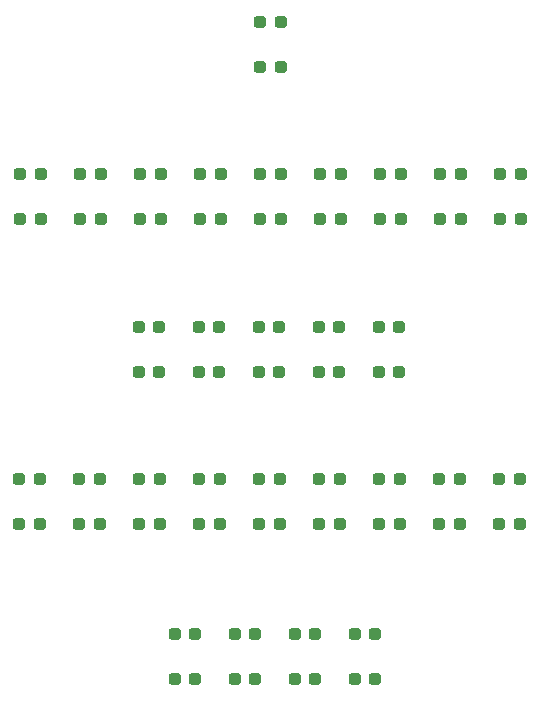
<source format=gbp>
G04 #@! TF.GenerationSoftware,KiCad,Pcbnew,(6.0.2)*
G04 #@! TF.CreationDate,2022-06-08T21:31:36-07:00*
G04 #@! TF.ProjectId,iflfu-bottom,69666c66-752d-4626-9f74-746f6d2e6b69,rev?*
G04 #@! TF.SameCoordinates,Original*
G04 #@! TF.FileFunction,Paste,Bot*
G04 #@! TF.FilePolarity,Positive*
%FSLAX46Y46*%
G04 Gerber Fmt 4.6, Leading zero omitted, Abs format (unit mm)*
G04 Created by KiCad (PCBNEW (6.0.2)) date 2022-06-08 21:31:36*
%MOMM*%
%LPD*%
G01*
G04 APERTURE LIST*
G04 Aperture macros list*
%AMRoundRect*
0 Rectangle with rounded corners*
0 $1 Rounding radius*
0 $2 $3 $4 $5 $6 $7 $8 $9 X,Y pos of 4 corners*
0 Add a 4 corners polygon primitive as box body*
4,1,4,$2,$3,$4,$5,$6,$7,$8,$9,$2,$3,0*
0 Add four circle primitives for the rounded corners*
1,1,$1+$1,$2,$3*
1,1,$1+$1,$4,$5*
1,1,$1+$1,$6,$7*
1,1,$1+$1,$8,$9*
0 Add four rect primitives between the rounded corners*
20,1,$1+$1,$2,$3,$4,$5,0*
20,1,$1+$1,$4,$5,$6,$7,0*
20,1,$1+$1,$6,$7,$8,$9,0*
20,1,$1+$1,$8,$9,$2,$3,0*%
G04 Aperture macros list end*
%ADD10RoundRect,0.237500X0.287500X0.237500X-0.287500X0.237500X-0.287500X-0.237500X0.287500X-0.237500X0*%
G04 APERTURE END LIST*
D10*
X160395000Y-193544717D03*
X158645000Y-193544717D03*
X170655000Y-167734717D03*
X168905000Y-167734717D03*
X163415000Y-206644717D03*
X161665000Y-206644717D03*
X165475000Y-189734717D03*
X163725000Y-189734717D03*
X185795000Y-193544717D03*
X184045000Y-193544717D03*
X170515000Y-180644717D03*
X168765000Y-180644717D03*
X155415000Y-163924717D03*
X153665000Y-163924717D03*
X170655000Y-163924717D03*
X168905000Y-163924717D03*
X170555000Y-189734717D03*
X168805000Y-189734717D03*
X185895000Y-167734717D03*
X184145000Y-167734717D03*
X165435000Y-176834717D03*
X163685000Y-176834717D03*
X150335000Y-163924717D03*
X148585000Y-163924717D03*
X170675000Y-151034717D03*
X168925000Y-151034717D03*
X180675000Y-176834717D03*
X178925000Y-176834717D03*
X175735000Y-167734717D03*
X173985000Y-167734717D03*
X170555000Y-193544717D03*
X168805000Y-193544717D03*
X190975000Y-163924717D03*
X189225000Y-163924717D03*
X160355000Y-180644717D03*
X158605000Y-180644717D03*
X160395000Y-189734717D03*
X158645000Y-189734717D03*
X155315000Y-193544717D03*
X153565000Y-193544717D03*
X185795000Y-189734717D03*
X184045000Y-189734717D03*
X190875000Y-189734717D03*
X189125000Y-189734717D03*
X173575000Y-202834717D03*
X171825000Y-202834717D03*
X173575000Y-206644717D03*
X171825000Y-206644717D03*
X180815000Y-167734717D03*
X179065000Y-167734717D03*
X165435000Y-180644717D03*
X163685000Y-180644717D03*
X165575000Y-163924717D03*
X163825000Y-163924717D03*
X150235000Y-189734717D03*
X148485000Y-189734717D03*
X155415000Y-167734717D03*
X153665000Y-167734717D03*
X155315000Y-189734717D03*
X153565000Y-189734717D03*
X190975000Y-167734717D03*
X189225000Y-167734717D03*
X150335000Y-167734717D03*
X148585000Y-167734717D03*
X170515000Y-176834717D03*
X168765000Y-176834717D03*
X180815000Y-163924717D03*
X179065000Y-163924717D03*
X150235000Y-193544717D03*
X148485000Y-193544717D03*
X180715000Y-189734717D03*
X178965000Y-189734717D03*
X185895000Y-163924717D03*
X184145000Y-163924717D03*
X178655000Y-206644717D03*
X176905000Y-206644717D03*
X165475000Y-193544717D03*
X163725000Y-193544717D03*
X163415000Y-202834717D03*
X161665000Y-202834717D03*
X175635000Y-193544717D03*
X173885000Y-193544717D03*
X175735000Y-163924717D03*
X173985000Y-163924717D03*
X190875000Y-193544717D03*
X189125000Y-193544717D03*
X168495000Y-206644717D03*
X166745000Y-206644717D03*
X180715000Y-193544717D03*
X178965000Y-193544717D03*
X175635000Y-189734717D03*
X173885000Y-189734717D03*
X180675000Y-180644717D03*
X178925000Y-180644717D03*
X160495000Y-163924717D03*
X158745000Y-163924717D03*
X170675000Y-154844717D03*
X168925000Y-154844717D03*
X168495000Y-202834717D03*
X166745000Y-202834717D03*
X175595000Y-176834717D03*
X173845000Y-176834717D03*
X165575000Y-167734717D03*
X163825000Y-167734717D03*
X175595000Y-180644717D03*
X173845000Y-180644717D03*
X160355000Y-176834717D03*
X158605000Y-176834717D03*
X160495000Y-167734717D03*
X158745000Y-167734717D03*
X178655000Y-202834717D03*
X176905000Y-202834717D03*
M02*

</source>
